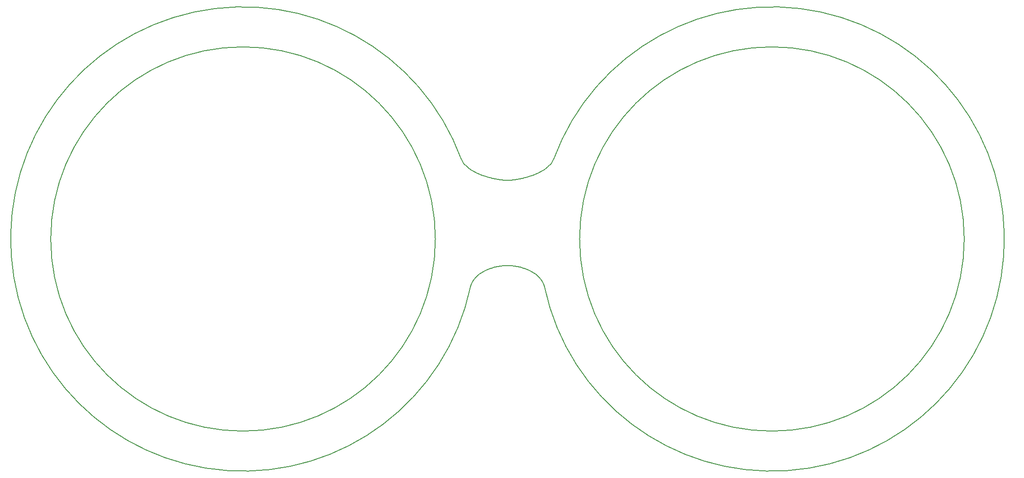
<source format=gm1>
G04 #@! TF.GenerationSoftware,KiCad,Pcbnew,8.0.4*
G04 #@! TF.CreationDate,2025-02-16T16:38:41+11:00*
G04 #@! TF.ProjectId,LGS_FrontPCB,4c47535f-4672-46f6-9e74-5043422e6b69,rev?*
G04 #@! TF.SameCoordinates,Original*
G04 #@! TF.FileFunction,Profile,NP*
%FSLAX46Y46*%
G04 Gerber Fmt 4.6, Leading zero omitted, Abs format (unit mm)*
G04 Created by KiCad (PCBNEW 8.0.4) date 2025-02-16 16:38:41*
%MOMM*%
%LPD*%
G01*
G04 APERTURE LIST*
%ADD10C,0.200000*%
G04 #@! TA.AperFunction,Profile*
%ADD11C,0.200000*%
G04 #@! TD*
G04 #@! TA.AperFunction,Profile*
%ADD12C,0.010050*%
G04 #@! TD*
G04 APERTURE END LIST*
D10*
X-50138432Y11008111D02*
X-49928517Y10993655D01*
X-49695108Y10984645D01*
X-49470034Y10983608D01*
X-49240762Y10989357D01*
X-49037453Y10998476D01*
X-48861568Y11008111D01*
D11*
X-47090460Y11278951D02*
X-47829932Y11143166D01*
X-45016106Y11861935D02*
X-45862187Y11599826D01*
X-42955198Y12776817D02*
X-43757449Y12379877D01*
X-41364518Y14047253D02*
X-41937003Y13506013D01*
X-42698546Y-8479124D02*
X-42558783Y-9000000D01*
X-43476247Y-7280333D02*
X-43117157Y-7746553D01*
X-44747271Y-6258750D02*
X-44199068Y-6648096D01*
X-46402123Y-5491017D02*
X-45711813Y-5771245D01*
X-48288127Y-5061471D02*
X-47527805Y-5198215D01*
X-51472195Y-5198215D02*
X-50711873Y-5061471D01*
X-53288187Y-5771245D02*
X-52597877Y-5491017D01*
X-54800932Y-6648096D02*
X-54252729Y-6258750D01*
X-55882843Y-7746553D02*
X-55523753Y-7280333D01*
X-51909540Y11278951D02*
X-51170068Y11143166D01*
X-53983894Y11861935D02*
X-53137813Y11599826D01*
X-56044802Y12776817D02*
X-55242551Y12379877D01*
X-57635482Y14047253D02*
X-57062997Y13506013D01*
X-56301454Y-8479124D02*
X-56441217Y-9000000D01*
X-49539226Y-5000000D02*
X-49460774Y-5000000D01*
D10*
X-47829932Y11143166D02*
X-48031124Y11110890D01*
X-48261244Y11077302D01*
X-48486493Y11048081D01*
X-48706963Y11023214D01*
X-48861568Y11008111D01*
X-45862187Y11599826D02*
X-46058099Y11543358D01*
X-46252743Y11489246D01*
X-46445975Y11437483D01*
X-46675785Y11378457D01*
X-46903106Y11322787D01*
X-47090460Y11278951D01*
X-43757449Y12379877D02*
X-43949771Y12292166D01*
X-44143969Y12206981D01*
X-44339862Y12124312D01*
X-44537266Y12044150D01*
X-44735998Y11966486D01*
X-44935875Y11891310D01*
X-45016106Y11861935D01*
X-41937003Y13506013D02*
X-42112216Y13360918D01*
X-42294951Y13219701D01*
X-42484959Y13082348D01*
X-42681991Y12948847D01*
X-42851371Y12840530D01*
X-42955198Y12776817D01*
X-40831973Y15000000D02*
X-40910242Y14812682D01*
X-40998477Y14629370D01*
X-41096674Y14450063D01*
X-41204828Y14274760D01*
X-41322937Y14103462D01*
X-41364518Y14047253D01*
X-51170068Y11143166D02*
X-50968875Y11110890D01*
X-50738755Y11077302D01*
X-50513506Y11048081D01*
X-50293036Y11023214D01*
X-50138432Y11008111D01*
X-53137813Y11599826D02*
X-52941900Y11543358D01*
X-52747256Y11489246D01*
X-52554024Y11437483D01*
X-52324214Y11378457D01*
X-52096893Y11322787D01*
X-51909540Y11278951D01*
X-55242551Y12379877D02*
X-55050228Y12292166D01*
X-54856030Y12206981D01*
X-54660137Y12124312D01*
X-54462733Y12044150D01*
X-54264001Y11966486D01*
X-54064124Y11891310D01*
X-53983894Y11861935D01*
X-57062997Y13506013D02*
X-56887783Y13360918D01*
X-56705048Y13219701D01*
X-56515040Y13082348D01*
X-56318008Y12948847D01*
X-56148628Y12840530D01*
X-56044802Y12776817D01*
X-58168027Y15000000D02*
X-58089757Y14812682D01*
X-58001522Y14629370D01*
X-57903325Y14450063D01*
X-57795171Y14274760D01*
X-57677062Y14103462D01*
X-57635482Y14047253D01*
D11*
X-63000000Y0D02*
G75*
G02*
X-135000000Y0I-36000000J0D01*
G01*
X-135000000Y0D02*
G75*
G02*
X-63000000Y0I36000000J0D01*
G01*
X-56441217Y-9000000D02*
G75*
G02*
X-58168027Y15000000I-42558783J9000000D01*
G01*
D10*
X-55882843Y-7746553D02*
X-56002627Y-7925636D01*
X-56112397Y-8107480D01*
X-56212043Y-8292004D01*
X-56301454Y-8479124D01*
X-54800932Y-6648096D02*
X-54970564Y-6781031D01*
X-55133851Y-6917044D01*
X-55290672Y-7056050D01*
X-55440907Y-7197965D01*
X-55523753Y-7280333D01*
X-53288187Y-5771245D02*
X-53476427Y-5855941D01*
X-53661360Y-5943796D01*
X-53842893Y-6034755D01*
X-54020934Y-6128761D01*
X-54224110Y-6242214D01*
X-54252729Y-6258750D01*
X-51472195Y-5198215D02*
X-51687309Y-5244647D01*
X-51900667Y-5295030D01*
X-52112167Y-5349326D01*
X-52321709Y-5407496D01*
X-52529191Y-5469502D01*
X-52597877Y-5491017D01*
X-49539226Y-5000000D02*
X-49759624Y-5002521D01*
X-49979888Y-5009199D01*
X-50199919Y-5020033D01*
X-50419621Y-5035022D01*
X-50638894Y-5054166D01*
X-50711873Y-5061471D01*
X-43117157Y-7746553D02*
X-42997372Y-7925636D01*
X-42887602Y-8107480D01*
X-42787956Y-8292004D01*
X-42698546Y-8479124D01*
X-44199068Y-6648096D02*
X-44029435Y-6781031D01*
X-43866148Y-6917044D01*
X-43709327Y-7056050D01*
X-43559092Y-7197965D01*
X-43476247Y-7280333D01*
X-45711813Y-5771245D02*
X-45523572Y-5855941D01*
X-45338639Y-5943796D01*
X-45157106Y-6034755D01*
X-44979065Y-6128761D01*
X-44775889Y-6242214D01*
X-44747271Y-6258750D01*
X-47527805Y-5198215D02*
X-47312690Y-5244647D01*
X-47099332Y-5295030D01*
X-46887832Y-5349326D01*
X-46678290Y-5407496D01*
X-46470808Y-5469502D01*
X-46402123Y-5491017D01*
X-49460774Y-5000000D02*
X-49240375Y-5002521D01*
X-49020111Y-5009199D01*
X-48800080Y-5020033D01*
X-48580378Y-5035022D01*
X-48361105Y-5054166D01*
X-48288127Y-5061471D01*
D11*
X-40831973Y15000000D02*
G75*
G02*
X-42558783Y-9000000I40831973J-15000000D01*
G01*
X36000000Y0D02*
G75*
G02*
X-36000000Y0I-36000000J0D01*
G01*
X-36000000Y0D02*
G75*
G02*
X36000000Y0I36000000J0D01*
G01*
D12*
X5025Y0D02*
G75*
G02*
X-5025Y0I-5025J0D01*
G01*
X-5025Y0D02*
G75*
G02*
X5025Y0I5025J0D01*
G01*
X-98994975Y0D02*
G75*
G02*
X-99005025Y0I-5025J0D01*
G01*
X-99005025Y0D02*
G75*
G02*
X-98994975Y0I5025J0D01*
G01*
M02*

</source>
